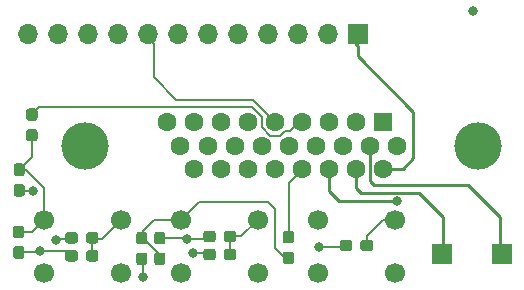
<source format=gbl>
G04 #@! TF.GenerationSoftware,KiCad,Pcbnew,(5.1.0-0)*
G04 #@! TF.CreationDate,2019-04-21T16:41:31+03:00*
G04 #@! TF.ProjectId,ovms-swcan-dongle,6f766d73-2d73-4776-9361-6e2d646f6e67,rev?*
G04 #@! TF.SameCoordinates,Original*
G04 #@! TF.FileFunction,Copper,L4,Bot*
G04 #@! TF.FilePolarity,Positive*
%FSLAX46Y46*%
G04 Gerber Fmt 4.6, Leading zero omitted, Abs format (unit mm)*
G04 Created by KiCad (PCBNEW (5.1.0-0)) date 2019-04-21 16:41:31*
%MOMM*%
%LPD*%
G04 APERTURE LIST*
%ADD10O,1.700000X1.700000*%
%ADD11R,1.700000X1.700000*%
%ADD12C,1.700000*%
%ADD13C,4.000000*%
%ADD14C,1.600000*%
%ADD15R,1.600000X1.600000*%
%ADD16C,0.100000*%
%ADD17C,0.950000*%
%ADD18C,0.800000*%
%ADD19C,0.250000*%
%ADD20C,0.203300*%
G04 APERTURE END LIST*
D10*
X15494000Y-14859000D03*
X18034000Y-14859000D03*
X20574000Y-14859000D03*
X23114000Y-14859000D03*
X25654000Y-14859000D03*
X28194000Y-14859000D03*
X30734000Y-14859000D03*
X33274000Y-14859000D03*
X35814000Y-14859000D03*
X38354000Y-14859000D03*
X40894000Y-14859000D03*
D11*
X43434000Y-14859000D03*
D12*
X40055800Y-30607000D03*
X46555800Y-30607000D03*
X40055800Y-35107000D03*
X46555800Y-35107000D03*
X28448000Y-30607000D03*
X34948000Y-30607000D03*
X28448000Y-35107000D03*
X34948000Y-35107000D03*
X16891000Y-30607000D03*
X23391000Y-30607000D03*
X16891000Y-35107000D03*
X23391000Y-35107000D03*
D13*
X20318000Y-24332000D03*
X53618000Y-24332000D03*
D14*
X29563000Y-26312000D03*
X31853000Y-26312000D03*
X34143000Y-26312000D03*
X36433000Y-26312000D03*
X38723000Y-26312000D03*
X41013000Y-26312000D03*
X43303000Y-26312000D03*
X45593000Y-26312000D03*
X28418000Y-24332000D03*
X30708000Y-24332000D03*
X32998000Y-24332000D03*
X35288000Y-24332000D03*
X37578000Y-24332000D03*
X39868000Y-24332000D03*
X42158000Y-24332000D03*
X44448000Y-24332000D03*
X46738000Y-24332000D03*
X27273000Y-22352000D03*
X29563000Y-22352000D03*
X31853000Y-22352000D03*
X34143000Y-22352000D03*
X36433000Y-22352000D03*
X38723000Y-22352000D03*
X41013000Y-22352000D03*
X43303000Y-22352000D03*
D15*
X45593000Y-22352000D03*
D16*
G36*
X37801979Y-33294944D02*
G01*
X37825034Y-33298363D01*
X37847643Y-33304027D01*
X37869587Y-33311879D01*
X37890657Y-33321844D01*
X37910648Y-33333826D01*
X37929368Y-33347710D01*
X37946638Y-33363362D01*
X37962290Y-33380632D01*
X37976174Y-33399352D01*
X37988156Y-33419343D01*
X37998121Y-33440413D01*
X38005973Y-33462357D01*
X38011637Y-33484966D01*
X38015056Y-33508021D01*
X38016200Y-33531300D01*
X38016200Y-34106300D01*
X38015056Y-34129579D01*
X38011637Y-34152634D01*
X38005973Y-34175243D01*
X37998121Y-34197187D01*
X37988156Y-34218257D01*
X37976174Y-34238248D01*
X37962290Y-34256968D01*
X37946638Y-34274238D01*
X37929368Y-34289890D01*
X37910648Y-34303774D01*
X37890657Y-34315756D01*
X37869587Y-34325721D01*
X37847643Y-34333573D01*
X37825034Y-34339237D01*
X37801979Y-34342656D01*
X37778700Y-34343800D01*
X37303700Y-34343800D01*
X37280421Y-34342656D01*
X37257366Y-34339237D01*
X37234757Y-34333573D01*
X37212813Y-34325721D01*
X37191743Y-34315756D01*
X37171752Y-34303774D01*
X37153032Y-34289890D01*
X37135762Y-34274238D01*
X37120110Y-34256968D01*
X37106226Y-34238248D01*
X37094244Y-34218257D01*
X37084279Y-34197187D01*
X37076427Y-34175243D01*
X37070763Y-34152634D01*
X37067344Y-34129579D01*
X37066200Y-34106300D01*
X37066200Y-33531300D01*
X37067344Y-33508021D01*
X37070763Y-33484966D01*
X37076427Y-33462357D01*
X37084279Y-33440413D01*
X37094244Y-33419343D01*
X37106226Y-33399352D01*
X37120110Y-33380632D01*
X37135762Y-33363362D01*
X37153032Y-33347710D01*
X37171752Y-33333826D01*
X37191743Y-33321844D01*
X37212813Y-33311879D01*
X37234757Y-33304027D01*
X37257366Y-33298363D01*
X37280421Y-33294944D01*
X37303700Y-33293800D01*
X37778700Y-33293800D01*
X37801979Y-33294944D01*
X37801979Y-33294944D01*
G37*
D17*
X37541200Y-33818800D03*
D16*
G36*
X37801979Y-31544944D02*
G01*
X37825034Y-31548363D01*
X37847643Y-31554027D01*
X37869587Y-31561879D01*
X37890657Y-31571844D01*
X37910648Y-31583826D01*
X37929368Y-31597710D01*
X37946638Y-31613362D01*
X37962290Y-31630632D01*
X37976174Y-31649352D01*
X37988156Y-31669343D01*
X37998121Y-31690413D01*
X38005973Y-31712357D01*
X38011637Y-31734966D01*
X38015056Y-31758021D01*
X38016200Y-31781300D01*
X38016200Y-32356300D01*
X38015056Y-32379579D01*
X38011637Y-32402634D01*
X38005973Y-32425243D01*
X37998121Y-32447187D01*
X37988156Y-32468257D01*
X37976174Y-32488248D01*
X37962290Y-32506968D01*
X37946638Y-32524238D01*
X37929368Y-32539890D01*
X37910648Y-32553774D01*
X37890657Y-32565756D01*
X37869587Y-32575721D01*
X37847643Y-32583573D01*
X37825034Y-32589237D01*
X37801979Y-32592656D01*
X37778700Y-32593800D01*
X37303700Y-32593800D01*
X37280421Y-32592656D01*
X37257366Y-32589237D01*
X37234757Y-32583573D01*
X37212813Y-32575721D01*
X37191743Y-32565756D01*
X37171752Y-32553774D01*
X37153032Y-32539890D01*
X37135762Y-32524238D01*
X37120110Y-32506968D01*
X37106226Y-32488248D01*
X37094244Y-32468257D01*
X37084279Y-32447187D01*
X37076427Y-32425243D01*
X37070763Y-32402634D01*
X37067344Y-32379579D01*
X37066200Y-32356300D01*
X37066200Y-31781300D01*
X37067344Y-31758021D01*
X37070763Y-31734966D01*
X37076427Y-31712357D01*
X37084279Y-31690413D01*
X37094244Y-31669343D01*
X37106226Y-31649352D01*
X37120110Y-31630632D01*
X37135762Y-31613362D01*
X37153032Y-31597710D01*
X37171752Y-31583826D01*
X37191743Y-31571844D01*
X37212813Y-31561879D01*
X37234757Y-31554027D01*
X37257366Y-31548363D01*
X37280421Y-31544944D01*
X37303700Y-31543800D01*
X37778700Y-31543800D01*
X37801979Y-31544944D01*
X37801979Y-31544944D01*
G37*
D17*
X37541200Y-32068800D03*
D16*
G36*
X16097679Y-22919044D02*
G01*
X16120734Y-22922463D01*
X16143343Y-22928127D01*
X16165287Y-22935979D01*
X16186357Y-22945944D01*
X16206348Y-22957926D01*
X16225068Y-22971810D01*
X16242338Y-22987462D01*
X16257990Y-23004732D01*
X16271874Y-23023452D01*
X16283856Y-23043443D01*
X16293821Y-23064513D01*
X16301673Y-23086457D01*
X16307337Y-23109066D01*
X16310756Y-23132121D01*
X16311900Y-23155400D01*
X16311900Y-23730400D01*
X16310756Y-23753679D01*
X16307337Y-23776734D01*
X16301673Y-23799343D01*
X16293821Y-23821287D01*
X16283856Y-23842357D01*
X16271874Y-23862348D01*
X16257990Y-23881068D01*
X16242338Y-23898338D01*
X16225068Y-23913990D01*
X16206348Y-23927874D01*
X16186357Y-23939856D01*
X16165287Y-23949821D01*
X16143343Y-23957673D01*
X16120734Y-23963337D01*
X16097679Y-23966756D01*
X16074400Y-23967900D01*
X15599400Y-23967900D01*
X15576121Y-23966756D01*
X15553066Y-23963337D01*
X15530457Y-23957673D01*
X15508513Y-23949821D01*
X15487443Y-23939856D01*
X15467452Y-23927874D01*
X15448732Y-23913990D01*
X15431462Y-23898338D01*
X15415810Y-23881068D01*
X15401926Y-23862348D01*
X15389944Y-23842357D01*
X15379979Y-23821287D01*
X15372127Y-23799343D01*
X15366463Y-23776734D01*
X15363044Y-23753679D01*
X15361900Y-23730400D01*
X15361900Y-23155400D01*
X15363044Y-23132121D01*
X15366463Y-23109066D01*
X15372127Y-23086457D01*
X15379979Y-23064513D01*
X15389944Y-23043443D01*
X15401926Y-23023452D01*
X15415810Y-23004732D01*
X15431462Y-22987462D01*
X15448732Y-22971810D01*
X15467452Y-22957926D01*
X15487443Y-22945944D01*
X15508513Y-22935979D01*
X15530457Y-22928127D01*
X15553066Y-22922463D01*
X15576121Y-22919044D01*
X15599400Y-22917900D01*
X16074400Y-22917900D01*
X16097679Y-22919044D01*
X16097679Y-22919044D01*
G37*
D17*
X15836900Y-23442900D03*
D16*
G36*
X16097679Y-21169044D02*
G01*
X16120734Y-21172463D01*
X16143343Y-21178127D01*
X16165287Y-21185979D01*
X16186357Y-21195944D01*
X16206348Y-21207926D01*
X16225068Y-21221810D01*
X16242338Y-21237462D01*
X16257990Y-21254732D01*
X16271874Y-21273452D01*
X16283856Y-21293443D01*
X16293821Y-21314513D01*
X16301673Y-21336457D01*
X16307337Y-21359066D01*
X16310756Y-21382121D01*
X16311900Y-21405400D01*
X16311900Y-21980400D01*
X16310756Y-22003679D01*
X16307337Y-22026734D01*
X16301673Y-22049343D01*
X16293821Y-22071287D01*
X16283856Y-22092357D01*
X16271874Y-22112348D01*
X16257990Y-22131068D01*
X16242338Y-22148338D01*
X16225068Y-22163990D01*
X16206348Y-22177874D01*
X16186357Y-22189856D01*
X16165287Y-22199821D01*
X16143343Y-22207673D01*
X16120734Y-22213337D01*
X16097679Y-22216756D01*
X16074400Y-22217900D01*
X15599400Y-22217900D01*
X15576121Y-22216756D01*
X15553066Y-22213337D01*
X15530457Y-22207673D01*
X15508513Y-22199821D01*
X15487443Y-22189856D01*
X15467452Y-22177874D01*
X15448732Y-22163990D01*
X15431462Y-22148338D01*
X15415810Y-22131068D01*
X15401926Y-22112348D01*
X15389944Y-22092357D01*
X15379979Y-22071287D01*
X15372127Y-22049343D01*
X15366463Y-22026734D01*
X15363044Y-22003679D01*
X15361900Y-21980400D01*
X15361900Y-21405400D01*
X15363044Y-21382121D01*
X15366463Y-21359066D01*
X15372127Y-21336457D01*
X15379979Y-21314513D01*
X15389944Y-21293443D01*
X15401926Y-21273452D01*
X15415810Y-21254732D01*
X15431462Y-21237462D01*
X15448732Y-21221810D01*
X15467452Y-21207926D01*
X15487443Y-21195944D01*
X15508513Y-21185979D01*
X15530457Y-21178127D01*
X15553066Y-21172463D01*
X15576121Y-21169044D01*
X15599400Y-21167900D01*
X16074400Y-21167900D01*
X16097679Y-21169044D01*
X16097679Y-21169044D01*
G37*
D17*
X15836900Y-21692900D03*
D11*
X50546000Y-33528000D03*
X55626000Y-33528000D03*
D16*
G36*
X44492779Y-32292144D02*
G01*
X44515834Y-32295563D01*
X44538443Y-32301227D01*
X44560387Y-32309079D01*
X44581457Y-32319044D01*
X44601448Y-32331026D01*
X44620168Y-32344910D01*
X44637438Y-32360562D01*
X44653090Y-32377832D01*
X44666974Y-32396552D01*
X44678956Y-32416543D01*
X44688921Y-32437613D01*
X44696773Y-32459557D01*
X44702437Y-32482166D01*
X44705856Y-32505221D01*
X44707000Y-32528500D01*
X44707000Y-33003500D01*
X44705856Y-33026779D01*
X44702437Y-33049834D01*
X44696773Y-33072443D01*
X44688921Y-33094387D01*
X44678956Y-33115457D01*
X44666974Y-33135448D01*
X44653090Y-33154168D01*
X44637438Y-33171438D01*
X44620168Y-33187090D01*
X44601448Y-33200974D01*
X44581457Y-33212956D01*
X44560387Y-33222921D01*
X44538443Y-33230773D01*
X44515834Y-33236437D01*
X44492779Y-33239856D01*
X44469500Y-33241000D01*
X43894500Y-33241000D01*
X43871221Y-33239856D01*
X43848166Y-33236437D01*
X43825557Y-33230773D01*
X43803613Y-33222921D01*
X43782543Y-33212956D01*
X43762552Y-33200974D01*
X43743832Y-33187090D01*
X43726562Y-33171438D01*
X43710910Y-33154168D01*
X43697026Y-33135448D01*
X43685044Y-33115457D01*
X43675079Y-33094387D01*
X43667227Y-33072443D01*
X43661563Y-33049834D01*
X43658144Y-33026779D01*
X43657000Y-33003500D01*
X43657000Y-32528500D01*
X43658144Y-32505221D01*
X43661563Y-32482166D01*
X43667227Y-32459557D01*
X43675079Y-32437613D01*
X43685044Y-32416543D01*
X43697026Y-32396552D01*
X43710910Y-32377832D01*
X43726562Y-32360562D01*
X43743832Y-32344910D01*
X43762552Y-32331026D01*
X43782543Y-32319044D01*
X43803613Y-32309079D01*
X43825557Y-32301227D01*
X43848166Y-32295563D01*
X43871221Y-32292144D01*
X43894500Y-32291000D01*
X44469500Y-32291000D01*
X44492779Y-32292144D01*
X44492779Y-32292144D01*
G37*
D17*
X44182000Y-32766000D03*
D16*
G36*
X42742779Y-32292144D02*
G01*
X42765834Y-32295563D01*
X42788443Y-32301227D01*
X42810387Y-32309079D01*
X42831457Y-32319044D01*
X42851448Y-32331026D01*
X42870168Y-32344910D01*
X42887438Y-32360562D01*
X42903090Y-32377832D01*
X42916974Y-32396552D01*
X42928956Y-32416543D01*
X42938921Y-32437613D01*
X42946773Y-32459557D01*
X42952437Y-32482166D01*
X42955856Y-32505221D01*
X42957000Y-32528500D01*
X42957000Y-33003500D01*
X42955856Y-33026779D01*
X42952437Y-33049834D01*
X42946773Y-33072443D01*
X42938921Y-33094387D01*
X42928956Y-33115457D01*
X42916974Y-33135448D01*
X42903090Y-33154168D01*
X42887438Y-33171438D01*
X42870168Y-33187090D01*
X42851448Y-33200974D01*
X42831457Y-33212956D01*
X42810387Y-33222921D01*
X42788443Y-33230773D01*
X42765834Y-33236437D01*
X42742779Y-33239856D01*
X42719500Y-33241000D01*
X42144500Y-33241000D01*
X42121221Y-33239856D01*
X42098166Y-33236437D01*
X42075557Y-33230773D01*
X42053613Y-33222921D01*
X42032543Y-33212956D01*
X42012552Y-33200974D01*
X41993832Y-33187090D01*
X41976562Y-33171438D01*
X41960910Y-33154168D01*
X41947026Y-33135448D01*
X41935044Y-33115457D01*
X41925079Y-33094387D01*
X41917227Y-33072443D01*
X41911563Y-33049834D01*
X41908144Y-33026779D01*
X41907000Y-33003500D01*
X41907000Y-32528500D01*
X41908144Y-32505221D01*
X41911563Y-32482166D01*
X41917227Y-32459557D01*
X41925079Y-32437613D01*
X41935044Y-32416543D01*
X41947026Y-32396552D01*
X41960910Y-32377832D01*
X41976562Y-32360562D01*
X41993832Y-32344910D01*
X42012552Y-32331026D01*
X42032543Y-32319044D01*
X42053613Y-32309079D01*
X42075557Y-32301227D01*
X42098166Y-32295563D01*
X42121221Y-32292144D01*
X42144500Y-32291000D01*
X42719500Y-32291000D01*
X42742779Y-32292144D01*
X42742779Y-32292144D01*
G37*
D17*
X42432000Y-32766000D03*
D16*
G36*
X32935779Y-33054144D02*
G01*
X32958834Y-33057563D01*
X32981443Y-33063227D01*
X33003387Y-33071079D01*
X33024457Y-33081044D01*
X33044448Y-33093026D01*
X33063168Y-33106910D01*
X33080438Y-33122562D01*
X33096090Y-33139832D01*
X33109974Y-33158552D01*
X33121956Y-33178543D01*
X33131921Y-33199613D01*
X33139773Y-33221557D01*
X33145437Y-33244166D01*
X33148856Y-33267221D01*
X33150000Y-33290500D01*
X33150000Y-33765500D01*
X33148856Y-33788779D01*
X33145437Y-33811834D01*
X33139773Y-33834443D01*
X33131921Y-33856387D01*
X33121956Y-33877457D01*
X33109974Y-33897448D01*
X33096090Y-33916168D01*
X33080438Y-33933438D01*
X33063168Y-33949090D01*
X33044448Y-33962974D01*
X33024457Y-33974956D01*
X33003387Y-33984921D01*
X32981443Y-33992773D01*
X32958834Y-33998437D01*
X32935779Y-34001856D01*
X32912500Y-34003000D01*
X32337500Y-34003000D01*
X32314221Y-34001856D01*
X32291166Y-33998437D01*
X32268557Y-33992773D01*
X32246613Y-33984921D01*
X32225543Y-33974956D01*
X32205552Y-33962974D01*
X32186832Y-33949090D01*
X32169562Y-33933438D01*
X32153910Y-33916168D01*
X32140026Y-33897448D01*
X32128044Y-33877457D01*
X32118079Y-33856387D01*
X32110227Y-33834443D01*
X32104563Y-33811834D01*
X32101144Y-33788779D01*
X32100000Y-33765500D01*
X32100000Y-33290500D01*
X32101144Y-33267221D01*
X32104563Y-33244166D01*
X32110227Y-33221557D01*
X32118079Y-33199613D01*
X32128044Y-33178543D01*
X32140026Y-33158552D01*
X32153910Y-33139832D01*
X32169562Y-33122562D01*
X32186832Y-33106910D01*
X32205552Y-33093026D01*
X32225543Y-33081044D01*
X32246613Y-33071079D01*
X32268557Y-33063227D01*
X32291166Y-33057563D01*
X32314221Y-33054144D01*
X32337500Y-33053000D01*
X32912500Y-33053000D01*
X32935779Y-33054144D01*
X32935779Y-33054144D01*
G37*
D17*
X32625000Y-33528000D03*
D16*
G36*
X31185779Y-33054144D02*
G01*
X31208834Y-33057563D01*
X31231443Y-33063227D01*
X31253387Y-33071079D01*
X31274457Y-33081044D01*
X31294448Y-33093026D01*
X31313168Y-33106910D01*
X31330438Y-33122562D01*
X31346090Y-33139832D01*
X31359974Y-33158552D01*
X31371956Y-33178543D01*
X31381921Y-33199613D01*
X31389773Y-33221557D01*
X31395437Y-33244166D01*
X31398856Y-33267221D01*
X31400000Y-33290500D01*
X31400000Y-33765500D01*
X31398856Y-33788779D01*
X31395437Y-33811834D01*
X31389773Y-33834443D01*
X31381921Y-33856387D01*
X31371956Y-33877457D01*
X31359974Y-33897448D01*
X31346090Y-33916168D01*
X31330438Y-33933438D01*
X31313168Y-33949090D01*
X31294448Y-33962974D01*
X31274457Y-33974956D01*
X31253387Y-33984921D01*
X31231443Y-33992773D01*
X31208834Y-33998437D01*
X31185779Y-34001856D01*
X31162500Y-34003000D01*
X30587500Y-34003000D01*
X30564221Y-34001856D01*
X30541166Y-33998437D01*
X30518557Y-33992773D01*
X30496613Y-33984921D01*
X30475543Y-33974956D01*
X30455552Y-33962974D01*
X30436832Y-33949090D01*
X30419562Y-33933438D01*
X30403910Y-33916168D01*
X30390026Y-33897448D01*
X30378044Y-33877457D01*
X30368079Y-33856387D01*
X30360227Y-33834443D01*
X30354563Y-33811834D01*
X30351144Y-33788779D01*
X30350000Y-33765500D01*
X30350000Y-33290500D01*
X30351144Y-33267221D01*
X30354563Y-33244166D01*
X30360227Y-33221557D01*
X30368079Y-33199613D01*
X30378044Y-33178543D01*
X30390026Y-33158552D01*
X30403910Y-33139832D01*
X30419562Y-33122562D01*
X30436832Y-33106910D01*
X30455552Y-33093026D01*
X30475543Y-33081044D01*
X30496613Y-33071079D01*
X30518557Y-33063227D01*
X30541166Y-33057563D01*
X30564221Y-33054144D01*
X30587500Y-33053000D01*
X31162500Y-33053000D01*
X31185779Y-33054144D01*
X31185779Y-33054144D01*
G37*
D17*
X30875000Y-33528000D03*
D16*
G36*
X31185779Y-31530144D02*
G01*
X31208834Y-31533563D01*
X31231443Y-31539227D01*
X31253387Y-31547079D01*
X31274457Y-31557044D01*
X31294448Y-31569026D01*
X31313168Y-31582910D01*
X31330438Y-31598562D01*
X31346090Y-31615832D01*
X31359974Y-31634552D01*
X31371956Y-31654543D01*
X31381921Y-31675613D01*
X31389773Y-31697557D01*
X31395437Y-31720166D01*
X31398856Y-31743221D01*
X31400000Y-31766500D01*
X31400000Y-32241500D01*
X31398856Y-32264779D01*
X31395437Y-32287834D01*
X31389773Y-32310443D01*
X31381921Y-32332387D01*
X31371956Y-32353457D01*
X31359974Y-32373448D01*
X31346090Y-32392168D01*
X31330438Y-32409438D01*
X31313168Y-32425090D01*
X31294448Y-32438974D01*
X31274457Y-32450956D01*
X31253387Y-32460921D01*
X31231443Y-32468773D01*
X31208834Y-32474437D01*
X31185779Y-32477856D01*
X31162500Y-32479000D01*
X30587500Y-32479000D01*
X30564221Y-32477856D01*
X30541166Y-32474437D01*
X30518557Y-32468773D01*
X30496613Y-32460921D01*
X30475543Y-32450956D01*
X30455552Y-32438974D01*
X30436832Y-32425090D01*
X30419562Y-32409438D01*
X30403910Y-32392168D01*
X30390026Y-32373448D01*
X30378044Y-32353457D01*
X30368079Y-32332387D01*
X30360227Y-32310443D01*
X30354563Y-32287834D01*
X30351144Y-32264779D01*
X30350000Y-32241500D01*
X30350000Y-31766500D01*
X30351144Y-31743221D01*
X30354563Y-31720166D01*
X30360227Y-31697557D01*
X30368079Y-31675613D01*
X30378044Y-31654543D01*
X30390026Y-31634552D01*
X30403910Y-31615832D01*
X30419562Y-31598562D01*
X30436832Y-31582910D01*
X30455552Y-31569026D01*
X30475543Y-31557044D01*
X30496613Y-31547079D01*
X30518557Y-31539227D01*
X30541166Y-31533563D01*
X30564221Y-31530144D01*
X30587500Y-31529000D01*
X31162500Y-31529000D01*
X31185779Y-31530144D01*
X31185779Y-31530144D01*
G37*
D17*
X30875000Y-32004000D03*
D16*
G36*
X32935779Y-31530144D02*
G01*
X32958834Y-31533563D01*
X32981443Y-31539227D01*
X33003387Y-31547079D01*
X33024457Y-31557044D01*
X33044448Y-31569026D01*
X33063168Y-31582910D01*
X33080438Y-31598562D01*
X33096090Y-31615832D01*
X33109974Y-31634552D01*
X33121956Y-31654543D01*
X33131921Y-31675613D01*
X33139773Y-31697557D01*
X33145437Y-31720166D01*
X33148856Y-31743221D01*
X33150000Y-31766500D01*
X33150000Y-32241500D01*
X33148856Y-32264779D01*
X33145437Y-32287834D01*
X33139773Y-32310443D01*
X33131921Y-32332387D01*
X33121956Y-32353457D01*
X33109974Y-32373448D01*
X33096090Y-32392168D01*
X33080438Y-32409438D01*
X33063168Y-32425090D01*
X33044448Y-32438974D01*
X33024457Y-32450956D01*
X33003387Y-32460921D01*
X32981443Y-32468773D01*
X32958834Y-32474437D01*
X32935779Y-32477856D01*
X32912500Y-32479000D01*
X32337500Y-32479000D01*
X32314221Y-32477856D01*
X32291166Y-32474437D01*
X32268557Y-32468773D01*
X32246613Y-32460921D01*
X32225543Y-32450956D01*
X32205552Y-32438974D01*
X32186832Y-32425090D01*
X32169562Y-32409438D01*
X32153910Y-32392168D01*
X32140026Y-32373448D01*
X32128044Y-32353457D01*
X32118079Y-32332387D01*
X32110227Y-32310443D01*
X32104563Y-32287834D01*
X32101144Y-32264779D01*
X32100000Y-32241500D01*
X32100000Y-31766500D01*
X32101144Y-31743221D01*
X32104563Y-31720166D01*
X32110227Y-31697557D01*
X32118079Y-31675613D01*
X32128044Y-31654543D01*
X32140026Y-31634552D01*
X32153910Y-31615832D01*
X32169562Y-31598562D01*
X32186832Y-31582910D01*
X32205552Y-31569026D01*
X32225543Y-31557044D01*
X32246613Y-31547079D01*
X32268557Y-31539227D01*
X32291166Y-31533563D01*
X32314221Y-31530144D01*
X32337500Y-31529000D01*
X32912500Y-31529000D01*
X32935779Y-31530144D01*
X32935779Y-31530144D01*
G37*
D17*
X32625000Y-32004000D03*
D16*
G36*
X21251779Y-33181144D02*
G01*
X21274834Y-33184563D01*
X21297443Y-33190227D01*
X21319387Y-33198079D01*
X21340457Y-33208044D01*
X21360448Y-33220026D01*
X21379168Y-33233910D01*
X21396438Y-33249562D01*
X21412090Y-33266832D01*
X21425974Y-33285552D01*
X21437956Y-33305543D01*
X21447921Y-33326613D01*
X21455773Y-33348557D01*
X21461437Y-33371166D01*
X21464856Y-33394221D01*
X21466000Y-33417500D01*
X21466000Y-33892500D01*
X21464856Y-33915779D01*
X21461437Y-33938834D01*
X21455773Y-33961443D01*
X21447921Y-33983387D01*
X21437956Y-34004457D01*
X21425974Y-34024448D01*
X21412090Y-34043168D01*
X21396438Y-34060438D01*
X21379168Y-34076090D01*
X21360448Y-34089974D01*
X21340457Y-34101956D01*
X21319387Y-34111921D01*
X21297443Y-34119773D01*
X21274834Y-34125437D01*
X21251779Y-34128856D01*
X21228500Y-34130000D01*
X20653500Y-34130000D01*
X20630221Y-34128856D01*
X20607166Y-34125437D01*
X20584557Y-34119773D01*
X20562613Y-34111921D01*
X20541543Y-34101956D01*
X20521552Y-34089974D01*
X20502832Y-34076090D01*
X20485562Y-34060438D01*
X20469910Y-34043168D01*
X20456026Y-34024448D01*
X20444044Y-34004457D01*
X20434079Y-33983387D01*
X20426227Y-33961443D01*
X20420563Y-33938834D01*
X20417144Y-33915779D01*
X20416000Y-33892500D01*
X20416000Y-33417500D01*
X20417144Y-33394221D01*
X20420563Y-33371166D01*
X20426227Y-33348557D01*
X20434079Y-33326613D01*
X20444044Y-33305543D01*
X20456026Y-33285552D01*
X20469910Y-33266832D01*
X20485562Y-33249562D01*
X20502832Y-33233910D01*
X20521552Y-33220026D01*
X20541543Y-33208044D01*
X20562613Y-33198079D01*
X20584557Y-33190227D01*
X20607166Y-33184563D01*
X20630221Y-33181144D01*
X20653500Y-33180000D01*
X21228500Y-33180000D01*
X21251779Y-33181144D01*
X21251779Y-33181144D01*
G37*
D17*
X20941000Y-33655000D03*
D16*
G36*
X19501779Y-33181144D02*
G01*
X19524834Y-33184563D01*
X19547443Y-33190227D01*
X19569387Y-33198079D01*
X19590457Y-33208044D01*
X19610448Y-33220026D01*
X19629168Y-33233910D01*
X19646438Y-33249562D01*
X19662090Y-33266832D01*
X19675974Y-33285552D01*
X19687956Y-33305543D01*
X19697921Y-33326613D01*
X19705773Y-33348557D01*
X19711437Y-33371166D01*
X19714856Y-33394221D01*
X19716000Y-33417500D01*
X19716000Y-33892500D01*
X19714856Y-33915779D01*
X19711437Y-33938834D01*
X19705773Y-33961443D01*
X19697921Y-33983387D01*
X19687956Y-34004457D01*
X19675974Y-34024448D01*
X19662090Y-34043168D01*
X19646438Y-34060438D01*
X19629168Y-34076090D01*
X19610448Y-34089974D01*
X19590457Y-34101956D01*
X19569387Y-34111921D01*
X19547443Y-34119773D01*
X19524834Y-34125437D01*
X19501779Y-34128856D01*
X19478500Y-34130000D01*
X18903500Y-34130000D01*
X18880221Y-34128856D01*
X18857166Y-34125437D01*
X18834557Y-34119773D01*
X18812613Y-34111921D01*
X18791543Y-34101956D01*
X18771552Y-34089974D01*
X18752832Y-34076090D01*
X18735562Y-34060438D01*
X18719910Y-34043168D01*
X18706026Y-34024448D01*
X18694044Y-34004457D01*
X18684079Y-33983387D01*
X18676227Y-33961443D01*
X18670563Y-33938834D01*
X18667144Y-33915779D01*
X18666000Y-33892500D01*
X18666000Y-33417500D01*
X18667144Y-33394221D01*
X18670563Y-33371166D01*
X18676227Y-33348557D01*
X18684079Y-33326613D01*
X18694044Y-33305543D01*
X18706026Y-33285552D01*
X18719910Y-33266832D01*
X18735562Y-33249562D01*
X18752832Y-33233910D01*
X18771552Y-33220026D01*
X18791543Y-33208044D01*
X18812613Y-33198079D01*
X18834557Y-33190227D01*
X18857166Y-33184563D01*
X18880221Y-33181144D01*
X18903500Y-33180000D01*
X19478500Y-33180000D01*
X19501779Y-33181144D01*
X19501779Y-33181144D01*
G37*
D17*
X19191000Y-33655000D03*
D16*
G36*
X19501779Y-31657144D02*
G01*
X19524834Y-31660563D01*
X19547443Y-31666227D01*
X19569387Y-31674079D01*
X19590457Y-31684044D01*
X19610448Y-31696026D01*
X19629168Y-31709910D01*
X19646438Y-31725562D01*
X19662090Y-31742832D01*
X19675974Y-31761552D01*
X19687956Y-31781543D01*
X19697921Y-31802613D01*
X19705773Y-31824557D01*
X19711437Y-31847166D01*
X19714856Y-31870221D01*
X19716000Y-31893500D01*
X19716000Y-32368500D01*
X19714856Y-32391779D01*
X19711437Y-32414834D01*
X19705773Y-32437443D01*
X19697921Y-32459387D01*
X19687956Y-32480457D01*
X19675974Y-32500448D01*
X19662090Y-32519168D01*
X19646438Y-32536438D01*
X19629168Y-32552090D01*
X19610448Y-32565974D01*
X19590457Y-32577956D01*
X19569387Y-32587921D01*
X19547443Y-32595773D01*
X19524834Y-32601437D01*
X19501779Y-32604856D01*
X19478500Y-32606000D01*
X18903500Y-32606000D01*
X18880221Y-32604856D01*
X18857166Y-32601437D01*
X18834557Y-32595773D01*
X18812613Y-32587921D01*
X18791543Y-32577956D01*
X18771552Y-32565974D01*
X18752832Y-32552090D01*
X18735562Y-32536438D01*
X18719910Y-32519168D01*
X18706026Y-32500448D01*
X18694044Y-32480457D01*
X18684079Y-32459387D01*
X18676227Y-32437443D01*
X18670563Y-32414834D01*
X18667144Y-32391779D01*
X18666000Y-32368500D01*
X18666000Y-31893500D01*
X18667144Y-31870221D01*
X18670563Y-31847166D01*
X18676227Y-31824557D01*
X18684079Y-31802613D01*
X18694044Y-31781543D01*
X18706026Y-31761552D01*
X18719910Y-31742832D01*
X18735562Y-31725562D01*
X18752832Y-31709910D01*
X18771552Y-31696026D01*
X18791543Y-31684044D01*
X18812613Y-31674079D01*
X18834557Y-31666227D01*
X18857166Y-31660563D01*
X18880221Y-31657144D01*
X18903500Y-31656000D01*
X19478500Y-31656000D01*
X19501779Y-31657144D01*
X19501779Y-31657144D01*
G37*
D17*
X19191000Y-32131000D03*
D16*
G36*
X21251779Y-31657144D02*
G01*
X21274834Y-31660563D01*
X21297443Y-31666227D01*
X21319387Y-31674079D01*
X21340457Y-31684044D01*
X21360448Y-31696026D01*
X21379168Y-31709910D01*
X21396438Y-31725562D01*
X21412090Y-31742832D01*
X21425974Y-31761552D01*
X21437956Y-31781543D01*
X21447921Y-31802613D01*
X21455773Y-31824557D01*
X21461437Y-31847166D01*
X21464856Y-31870221D01*
X21466000Y-31893500D01*
X21466000Y-32368500D01*
X21464856Y-32391779D01*
X21461437Y-32414834D01*
X21455773Y-32437443D01*
X21447921Y-32459387D01*
X21437956Y-32480457D01*
X21425974Y-32500448D01*
X21412090Y-32519168D01*
X21396438Y-32536438D01*
X21379168Y-32552090D01*
X21360448Y-32565974D01*
X21340457Y-32577956D01*
X21319387Y-32587921D01*
X21297443Y-32595773D01*
X21274834Y-32601437D01*
X21251779Y-32604856D01*
X21228500Y-32606000D01*
X20653500Y-32606000D01*
X20630221Y-32604856D01*
X20607166Y-32601437D01*
X20584557Y-32595773D01*
X20562613Y-32587921D01*
X20541543Y-32577956D01*
X20521552Y-32565974D01*
X20502832Y-32552090D01*
X20485562Y-32536438D01*
X20469910Y-32519168D01*
X20456026Y-32500448D01*
X20444044Y-32480457D01*
X20434079Y-32459387D01*
X20426227Y-32437443D01*
X20420563Y-32414834D01*
X20417144Y-32391779D01*
X20416000Y-32368500D01*
X20416000Y-31893500D01*
X20417144Y-31870221D01*
X20420563Y-31847166D01*
X20426227Y-31824557D01*
X20434079Y-31802613D01*
X20444044Y-31781543D01*
X20456026Y-31761552D01*
X20469910Y-31742832D01*
X20485562Y-31725562D01*
X20502832Y-31709910D01*
X20521552Y-31696026D01*
X20541543Y-31684044D01*
X20562613Y-31674079D01*
X20584557Y-31666227D01*
X20607166Y-31660563D01*
X20630221Y-31657144D01*
X20653500Y-31656000D01*
X21228500Y-31656000D01*
X21251779Y-31657144D01*
X21251779Y-31657144D01*
G37*
D17*
X20941000Y-32131000D03*
D16*
G36*
X25406779Y-31621144D02*
G01*
X25429834Y-31624563D01*
X25452443Y-31630227D01*
X25474387Y-31638079D01*
X25495457Y-31648044D01*
X25515448Y-31660026D01*
X25534168Y-31673910D01*
X25551438Y-31689562D01*
X25567090Y-31706832D01*
X25580974Y-31725552D01*
X25592956Y-31745543D01*
X25602921Y-31766613D01*
X25610773Y-31788557D01*
X25616437Y-31811166D01*
X25619856Y-31834221D01*
X25621000Y-31857500D01*
X25621000Y-32432500D01*
X25619856Y-32455779D01*
X25616437Y-32478834D01*
X25610773Y-32501443D01*
X25602921Y-32523387D01*
X25592956Y-32544457D01*
X25580974Y-32564448D01*
X25567090Y-32583168D01*
X25551438Y-32600438D01*
X25534168Y-32616090D01*
X25515448Y-32629974D01*
X25495457Y-32641956D01*
X25474387Y-32651921D01*
X25452443Y-32659773D01*
X25429834Y-32665437D01*
X25406779Y-32668856D01*
X25383500Y-32670000D01*
X24908500Y-32670000D01*
X24885221Y-32668856D01*
X24862166Y-32665437D01*
X24839557Y-32659773D01*
X24817613Y-32651921D01*
X24796543Y-32641956D01*
X24776552Y-32629974D01*
X24757832Y-32616090D01*
X24740562Y-32600438D01*
X24724910Y-32583168D01*
X24711026Y-32564448D01*
X24699044Y-32544457D01*
X24689079Y-32523387D01*
X24681227Y-32501443D01*
X24675563Y-32478834D01*
X24672144Y-32455779D01*
X24671000Y-32432500D01*
X24671000Y-31857500D01*
X24672144Y-31834221D01*
X24675563Y-31811166D01*
X24681227Y-31788557D01*
X24689079Y-31766613D01*
X24699044Y-31745543D01*
X24711026Y-31725552D01*
X24724910Y-31706832D01*
X24740562Y-31689562D01*
X24757832Y-31673910D01*
X24776552Y-31660026D01*
X24796543Y-31648044D01*
X24817613Y-31638079D01*
X24839557Y-31630227D01*
X24862166Y-31624563D01*
X24885221Y-31621144D01*
X24908500Y-31620000D01*
X25383500Y-31620000D01*
X25406779Y-31621144D01*
X25406779Y-31621144D01*
G37*
D17*
X25146000Y-32145000D03*
D16*
G36*
X25406779Y-33371144D02*
G01*
X25429834Y-33374563D01*
X25452443Y-33380227D01*
X25474387Y-33388079D01*
X25495457Y-33398044D01*
X25515448Y-33410026D01*
X25534168Y-33423910D01*
X25551438Y-33439562D01*
X25567090Y-33456832D01*
X25580974Y-33475552D01*
X25592956Y-33495543D01*
X25602921Y-33516613D01*
X25610773Y-33538557D01*
X25616437Y-33561166D01*
X25619856Y-33584221D01*
X25621000Y-33607500D01*
X25621000Y-34182500D01*
X25619856Y-34205779D01*
X25616437Y-34228834D01*
X25610773Y-34251443D01*
X25602921Y-34273387D01*
X25592956Y-34294457D01*
X25580974Y-34314448D01*
X25567090Y-34333168D01*
X25551438Y-34350438D01*
X25534168Y-34366090D01*
X25515448Y-34379974D01*
X25495457Y-34391956D01*
X25474387Y-34401921D01*
X25452443Y-34409773D01*
X25429834Y-34415437D01*
X25406779Y-34418856D01*
X25383500Y-34420000D01*
X24908500Y-34420000D01*
X24885221Y-34418856D01*
X24862166Y-34415437D01*
X24839557Y-34409773D01*
X24817613Y-34401921D01*
X24796543Y-34391956D01*
X24776552Y-34379974D01*
X24757832Y-34366090D01*
X24740562Y-34350438D01*
X24724910Y-34333168D01*
X24711026Y-34314448D01*
X24699044Y-34294457D01*
X24689079Y-34273387D01*
X24681227Y-34251443D01*
X24675563Y-34228834D01*
X24672144Y-34205779D01*
X24671000Y-34182500D01*
X24671000Y-33607500D01*
X24672144Y-33584221D01*
X24675563Y-33561166D01*
X24681227Y-33538557D01*
X24689079Y-33516613D01*
X24699044Y-33495543D01*
X24711026Y-33475552D01*
X24724910Y-33456832D01*
X24740562Y-33439562D01*
X24757832Y-33423910D01*
X24776552Y-33410026D01*
X24796543Y-33398044D01*
X24817613Y-33388079D01*
X24839557Y-33380227D01*
X24862166Y-33374563D01*
X24885221Y-33371144D01*
X24908500Y-33370000D01*
X25383500Y-33370000D01*
X25406779Y-33371144D01*
X25406779Y-33371144D01*
G37*
D17*
X25146000Y-33895000D03*
D16*
G36*
X26930779Y-31621144D02*
G01*
X26953834Y-31624563D01*
X26976443Y-31630227D01*
X26998387Y-31638079D01*
X27019457Y-31648044D01*
X27039448Y-31660026D01*
X27058168Y-31673910D01*
X27075438Y-31689562D01*
X27091090Y-31706832D01*
X27104974Y-31725552D01*
X27116956Y-31745543D01*
X27126921Y-31766613D01*
X27134773Y-31788557D01*
X27140437Y-31811166D01*
X27143856Y-31834221D01*
X27145000Y-31857500D01*
X27145000Y-32432500D01*
X27143856Y-32455779D01*
X27140437Y-32478834D01*
X27134773Y-32501443D01*
X27126921Y-32523387D01*
X27116956Y-32544457D01*
X27104974Y-32564448D01*
X27091090Y-32583168D01*
X27075438Y-32600438D01*
X27058168Y-32616090D01*
X27039448Y-32629974D01*
X27019457Y-32641956D01*
X26998387Y-32651921D01*
X26976443Y-32659773D01*
X26953834Y-32665437D01*
X26930779Y-32668856D01*
X26907500Y-32670000D01*
X26432500Y-32670000D01*
X26409221Y-32668856D01*
X26386166Y-32665437D01*
X26363557Y-32659773D01*
X26341613Y-32651921D01*
X26320543Y-32641956D01*
X26300552Y-32629974D01*
X26281832Y-32616090D01*
X26264562Y-32600438D01*
X26248910Y-32583168D01*
X26235026Y-32564448D01*
X26223044Y-32544457D01*
X26213079Y-32523387D01*
X26205227Y-32501443D01*
X26199563Y-32478834D01*
X26196144Y-32455779D01*
X26195000Y-32432500D01*
X26195000Y-31857500D01*
X26196144Y-31834221D01*
X26199563Y-31811166D01*
X26205227Y-31788557D01*
X26213079Y-31766613D01*
X26223044Y-31745543D01*
X26235026Y-31725552D01*
X26248910Y-31706832D01*
X26264562Y-31689562D01*
X26281832Y-31673910D01*
X26300552Y-31660026D01*
X26320543Y-31648044D01*
X26341613Y-31638079D01*
X26363557Y-31630227D01*
X26386166Y-31624563D01*
X26409221Y-31621144D01*
X26432500Y-31620000D01*
X26907500Y-31620000D01*
X26930779Y-31621144D01*
X26930779Y-31621144D01*
G37*
D17*
X26670000Y-32145000D03*
D16*
G36*
X26930779Y-33371144D02*
G01*
X26953834Y-33374563D01*
X26976443Y-33380227D01*
X26998387Y-33388079D01*
X27019457Y-33398044D01*
X27039448Y-33410026D01*
X27058168Y-33423910D01*
X27075438Y-33439562D01*
X27091090Y-33456832D01*
X27104974Y-33475552D01*
X27116956Y-33495543D01*
X27126921Y-33516613D01*
X27134773Y-33538557D01*
X27140437Y-33561166D01*
X27143856Y-33584221D01*
X27145000Y-33607500D01*
X27145000Y-34182500D01*
X27143856Y-34205779D01*
X27140437Y-34228834D01*
X27134773Y-34251443D01*
X27126921Y-34273387D01*
X27116956Y-34294457D01*
X27104974Y-34314448D01*
X27091090Y-34333168D01*
X27075438Y-34350438D01*
X27058168Y-34366090D01*
X27039448Y-34379974D01*
X27019457Y-34391956D01*
X26998387Y-34401921D01*
X26976443Y-34409773D01*
X26953834Y-34415437D01*
X26930779Y-34418856D01*
X26907500Y-34420000D01*
X26432500Y-34420000D01*
X26409221Y-34418856D01*
X26386166Y-34415437D01*
X26363557Y-34409773D01*
X26341613Y-34401921D01*
X26320543Y-34391956D01*
X26300552Y-34379974D01*
X26281832Y-34366090D01*
X26264562Y-34350438D01*
X26248910Y-34333168D01*
X26235026Y-34314448D01*
X26223044Y-34294457D01*
X26213079Y-34273387D01*
X26205227Y-34251443D01*
X26199563Y-34228834D01*
X26196144Y-34205779D01*
X26195000Y-34182500D01*
X26195000Y-33607500D01*
X26196144Y-33584221D01*
X26199563Y-33561166D01*
X26205227Y-33538557D01*
X26213079Y-33516613D01*
X26223044Y-33495543D01*
X26235026Y-33475552D01*
X26248910Y-33456832D01*
X26264562Y-33439562D01*
X26281832Y-33423910D01*
X26300552Y-33410026D01*
X26320543Y-33398044D01*
X26341613Y-33388079D01*
X26363557Y-33380227D01*
X26386166Y-33374563D01*
X26409221Y-33371144D01*
X26432500Y-33370000D01*
X26907500Y-33370000D01*
X26930779Y-33371144D01*
X26930779Y-33371144D01*
G37*
D17*
X26670000Y-33895000D03*
D16*
G36*
X14980079Y-31087744D02*
G01*
X15003134Y-31091163D01*
X15025743Y-31096827D01*
X15047687Y-31104679D01*
X15068757Y-31114644D01*
X15088748Y-31126626D01*
X15107468Y-31140510D01*
X15124738Y-31156162D01*
X15140390Y-31173432D01*
X15154274Y-31192152D01*
X15166256Y-31212143D01*
X15176221Y-31233213D01*
X15184073Y-31255157D01*
X15189737Y-31277766D01*
X15193156Y-31300821D01*
X15194300Y-31324100D01*
X15194300Y-31899100D01*
X15193156Y-31922379D01*
X15189737Y-31945434D01*
X15184073Y-31968043D01*
X15176221Y-31989987D01*
X15166256Y-32011057D01*
X15154274Y-32031048D01*
X15140390Y-32049768D01*
X15124738Y-32067038D01*
X15107468Y-32082690D01*
X15088748Y-32096574D01*
X15068757Y-32108556D01*
X15047687Y-32118521D01*
X15025743Y-32126373D01*
X15003134Y-32132037D01*
X14980079Y-32135456D01*
X14956800Y-32136600D01*
X14481800Y-32136600D01*
X14458521Y-32135456D01*
X14435466Y-32132037D01*
X14412857Y-32126373D01*
X14390913Y-32118521D01*
X14369843Y-32108556D01*
X14349852Y-32096574D01*
X14331132Y-32082690D01*
X14313862Y-32067038D01*
X14298210Y-32049768D01*
X14284326Y-32031048D01*
X14272344Y-32011057D01*
X14262379Y-31989987D01*
X14254527Y-31968043D01*
X14248863Y-31945434D01*
X14245444Y-31922379D01*
X14244300Y-31899100D01*
X14244300Y-31324100D01*
X14245444Y-31300821D01*
X14248863Y-31277766D01*
X14254527Y-31255157D01*
X14262379Y-31233213D01*
X14272344Y-31212143D01*
X14284326Y-31192152D01*
X14298210Y-31173432D01*
X14313862Y-31156162D01*
X14331132Y-31140510D01*
X14349852Y-31126626D01*
X14369843Y-31114644D01*
X14390913Y-31104679D01*
X14412857Y-31096827D01*
X14435466Y-31091163D01*
X14458521Y-31087744D01*
X14481800Y-31086600D01*
X14956800Y-31086600D01*
X14980079Y-31087744D01*
X14980079Y-31087744D01*
G37*
D17*
X14719300Y-31611600D03*
D16*
G36*
X14980079Y-32837744D02*
G01*
X15003134Y-32841163D01*
X15025743Y-32846827D01*
X15047687Y-32854679D01*
X15068757Y-32864644D01*
X15088748Y-32876626D01*
X15107468Y-32890510D01*
X15124738Y-32906162D01*
X15140390Y-32923432D01*
X15154274Y-32942152D01*
X15166256Y-32962143D01*
X15176221Y-32983213D01*
X15184073Y-33005157D01*
X15189737Y-33027766D01*
X15193156Y-33050821D01*
X15194300Y-33074100D01*
X15194300Y-33649100D01*
X15193156Y-33672379D01*
X15189737Y-33695434D01*
X15184073Y-33718043D01*
X15176221Y-33739987D01*
X15166256Y-33761057D01*
X15154274Y-33781048D01*
X15140390Y-33799768D01*
X15124738Y-33817038D01*
X15107468Y-33832690D01*
X15088748Y-33846574D01*
X15068757Y-33858556D01*
X15047687Y-33868521D01*
X15025743Y-33876373D01*
X15003134Y-33882037D01*
X14980079Y-33885456D01*
X14956800Y-33886600D01*
X14481800Y-33886600D01*
X14458521Y-33885456D01*
X14435466Y-33882037D01*
X14412857Y-33876373D01*
X14390913Y-33868521D01*
X14369843Y-33858556D01*
X14349852Y-33846574D01*
X14331132Y-33832690D01*
X14313862Y-33817038D01*
X14298210Y-33799768D01*
X14284326Y-33781048D01*
X14272344Y-33761057D01*
X14262379Y-33739987D01*
X14254527Y-33718043D01*
X14248863Y-33695434D01*
X14245444Y-33672379D01*
X14244300Y-33649100D01*
X14244300Y-33074100D01*
X14245444Y-33050821D01*
X14248863Y-33027766D01*
X14254527Y-33005157D01*
X14262379Y-32983213D01*
X14272344Y-32962143D01*
X14284326Y-32942152D01*
X14298210Y-32923432D01*
X14313862Y-32906162D01*
X14331132Y-32890510D01*
X14349852Y-32876626D01*
X14369843Y-32864644D01*
X14390913Y-32854679D01*
X14412857Y-32846827D01*
X14435466Y-32841163D01*
X14458521Y-32837744D01*
X14481800Y-32836600D01*
X14956800Y-32836600D01*
X14980079Y-32837744D01*
X14980079Y-32837744D01*
G37*
D17*
X14719300Y-33361600D03*
D16*
G36*
X15018179Y-27579944D02*
G01*
X15041234Y-27583363D01*
X15063843Y-27589027D01*
X15085787Y-27596879D01*
X15106857Y-27606844D01*
X15126848Y-27618826D01*
X15145568Y-27632710D01*
X15162838Y-27648362D01*
X15178490Y-27665632D01*
X15192374Y-27684352D01*
X15204356Y-27704343D01*
X15214321Y-27725413D01*
X15222173Y-27747357D01*
X15227837Y-27769966D01*
X15231256Y-27793021D01*
X15232400Y-27816300D01*
X15232400Y-28391300D01*
X15231256Y-28414579D01*
X15227837Y-28437634D01*
X15222173Y-28460243D01*
X15214321Y-28482187D01*
X15204356Y-28503257D01*
X15192374Y-28523248D01*
X15178490Y-28541968D01*
X15162838Y-28559238D01*
X15145568Y-28574890D01*
X15126848Y-28588774D01*
X15106857Y-28600756D01*
X15085787Y-28610721D01*
X15063843Y-28618573D01*
X15041234Y-28624237D01*
X15018179Y-28627656D01*
X14994900Y-28628800D01*
X14519900Y-28628800D01*
X14496621Y-28627656D01*
X14473566Y-28624237D01*
X14450957Y-28618573D01*
X14429013Y-28610721D01*
X14407943Y-28600756D01*
X14387952Y-28588774D01*
X14369232Y-28574890D01*
X14351962Y-28559238D01*
X14336310Y-28541968D01*
X14322426Y-28523248D01*
X14310444Y-28503257D01*
X14300479Y-28482187D01*
X14292627Y-28460243D01*
X14286963Y-28437634D01*
X14283544Y-28414579D01*
X14282400Y-28391300D01*
X14282400Y-27816300D01*
X14283544Y-27793021D01*
X14286963Y-27769966D01*
X14292627Y-27747357D01*
X14300479Y-27725413D01*
X14310444Y-27704343D01*
X14322426Y-27684352D01*
X14336310Y-27665632D01*
X14351962Y-27648362D01*
X14369232Y-27632710D01*
X14387952Y-27618826D01*
X14407943Y-27606844D01*
X14429013Y-27596879D01*
X14450957Y-27589027D01*
X14473566Y-27583363D01*
X14496621Y-27579944D01*
X14519900Y-27578800D01*
X14994900Y-27578800D01*
X15018179Y-27579944D01*
X15018179Y-27579944D01*
G37*
D17*
X14757400Y-28103800D03*
D16*
G36*
X15018179Y-25829944D02*
G01*
X15041234Y-25833363D01*
X15063843Y-25839027D01*
X15085787Y-25846879D01*
X15106857Y-25856844D01*
X15126848Y-25868826D01*
X15145568Y-25882710D01*
X15162838Y-25898362D01*
X15178490Y-25915632D01*
X15192374Y-25934352D01*
X15204356Y-25954343D01*
X15214321Y-25975413D01*
X15222173Y-25997357D01*
X15227837Y-26019966D01*
X15231256Y-26043021D01*
X15232400Y-26066300D01*
X15232400Y-26641300D01*
X15231256Y-26664579D01*
X15227837Y-26687634D01*
X15222173Y-26710243D01*
X15214321Y-26732187D01*
X15204356Y-26753257D01*
X15192374Y-26773248D01*
X15178490Y-26791968D01*
X15162838Y-26809238D01*
X15145568Y-26824890D01*
X15126848Y-26838774D01*
X15106857Y-26850756D01*
X15085787Y-26860721D01*
X15063843Y-26868573D01*
X15041234Y-26874237D01*
X15018179Y-26877656D01*
X14994900Y-26878800D01*
X14519900Y-26878800D01*
X14496621Y-26877656D01*
X14473566Y-26874237D01*
X14450957Y-26868573D01*
X14429013Y-26860721D01*
X14407943Y-26850756D01*
X14387952Y-26838774D01*
X14369232Y-26824890D01*
X14351962Y-26809238D01*
X14336310Y-26791968D01*
X14322426Y-26773248D01*
X14310444Y-26753257D01*
X14300479Y-26732187D01*
X14292627Y-26710243D01*
X14286963Y-26687634D01*
X14283544Y-26664579D01*
X14282400Y-26641300D01*
X14282400Y-26066300D01*
X14283544Y-26043021D01*
X14286963Y-26019966D01*
X14292627Y-25997357D01*
X14300479Y-25975413D01*
X14310444Y-25954343D01*
X14322426Y-25934352D01*
X14336310Y-25915632D01*
X14351962Y-25898362D01*
X14369232Y-25882710D01*
X14387952Y-25868826D01*
X14407943Y-25856844D01*
X14429013Y-25846879D01*
X14450957Y-25839027D01*
X14473566Y-25833363D01*
X14496621Y-25829944D01*
X14519900Y-25828800D01*
X14994900Y-25828800D01*
X15018179Y-25829944D01*
X15018179Y-25829944D01*
G37*
D17*
X14757400Y-26353800D03*
D18*
X46736000Y-29046000D03*
X25273000Y-35433000D03*
X40132000Y-32893000D03*
X16510000Y-33274000D03*
X29464002Y-33401000D03*
X15951200Y-28181300D03*
X28956000Y-32258000D03*
X53213000Y-12953990D03*
X17856200Y-32283400D03*
D19*
X46736000Y-29046000D02*
X41873000Y-29046000D01*
X41013000Y-28186000D02*
X41013000Y-26312000D01*
X41873000Y-29046000D02*
X41013000Y-28186000D01*
X43434000Y-15875000D02*
X43180000Y-15621000D01*
X45593000Y-26312000D02*
X47221000Y-26312000D01*
X47221000Y-26312000D02*
X48133000Y-25400000D01*
X43434000Y-16764000D02*
X43434000Y-15875000D01*
X48133000Y-21463000D02*
X43434000Y-16764000D01*
X48133000Y-25400000D02*
X48133000Y-21463000D01*
D20*
X18810000Y-33274000D02*
X19191000Y-33655000D01*
X16510000Y-33274000D02*
X18810000Y-33274000D01*
X30748000Y-33401000D02*
X30875000Y-33528000D01*
X29464002Y-33401000D02*
X30748000Y-33401000D01*
X25273000Y-35433000D02*
X25273000Y-33895000D01*
X16422400Y-33361600D02*
X16510000Y-33274000D01*
X14719300Y-33361600D02*
X16422400Y-33361600D01*
X42164000Y-32893000D02*
X42291000Y-32766000D01*
X40132000Y-32893000D02*
X42164000Y-32893000D01*
X30621000Y-32258000D02*
X30875000Y-32004000D01*
X28956000Y-32258000D02*
X30621000Y-32258000D01*
X28843000Y-32145000D02*
X28956000Y-32258000D01*
X26670000Y-32145000D02*
X28843000Y-32145000D01*
X17710685Y-32258000D02*
X19191000Y-32258000D01*
X17856200Y-32283400D02*
X17710685Y-32258000D01*
X14834900Y-28181300D02*
X14757400Y-28103800D01*
X15951200Y-28181300D02*
X14834900Y-28181300D01*
X37923001Y-27111999D02*
X38723000Y-26312000D01*
X37592000Y-27443000D02*
X37923001Y-27111999D01*
X37592000Y-31637000D02*
X37592000Y-27443000D01*
X37211000Y-32018000D02*
X37592000Y-31637000D01*
D19*
X50673000Y-33528000D02*
X50673000Y-32428000D01*
X43303000Y-27936000D02*
X43303000Y-26312000D01*
X43688000Y-28321000D02*
X43303000Y-27936000D01*
X48598000Y-28321000D02*
X43688000Y-28321000D01*
X50673000Y-30396000D02*
X48598000Y-28321000D01*
X50673000Y-32385000D02*
X50673000Y-30396000D01*
X55499000Y-33528000D02*
X55499000Y-32428000D01*
X44448000Y-27303000D02*
X44448000Y-24332000D01*
X55499000Y-30396000D02*
X52789000Y-27686000D01*
X44831000Y-27686000D02*
X44448000Y-27303000D01*
X52789000Y-27686000D02*
X44831000Y-27686000D01*
X55499000Y-32385000D02*
X55499000Y-30396000D01*
D20*
X16473200Y-21056600D02*
X15836900Y-21692900D01*
X34478044Y-21056600D02*
X16473200Y-21056600D01*
X35280600Y-21859156D02*
X34478044Y-21056600D01*
X35280600Y-22758400D02*
X35280600Y-21859156D01*
X37287200Y-23063200D02*
X36855400Y-23495000D01*
X37655500Y-23063200D02*
X37287200Y-23063200D01*
X38366700Y-22352000D02*
X37655500Y-23063200D01*
X36017200Y-23495000D02*
X35280600Y-22758400D01*
X36855400Y-23495000D02*
X36017200Y-23495000D01*
X38723000Y-22352000D02*
X38366700Y-22352000D01*
X21740000Y-32258000D02*
X23391000Y-30607000D01*
X20941000Y-32258000D02*
X21740000Y-32258000D01*
X20941000Y-33655000D02*
X20941000Y-32131000D01*
X33551000Y-32004000D02*
X34948000Y-30607000D01*
X32625000Y-32004000D02*
X33551000Y-32004000D01*
X32625000Y-33528000D02*
X32625000Y-32004000D01*
X45579000Y-30607000D02*
X45870000Y-30607000D01*
X44196000Y-31990000D02*
X45579000Y-30607000D01*
X44196000Y-32766000D02*
X44196000Y-31990000D01*
X16764000Y-30480000D02*
X16891000Y-30607000D01*
X15836900Y-25274300D02*
X14757400Y-26353800D01*
X15836900Y-23442900D02*
X15836900Y-25274300D01*
X16891000Y-27912400D02*
X16891000Y-30607000D01*
X15332400Y-26353800D02*
X16891000Y-27912400D01*
X14757400Y-26353800D02*
X15332400Y-26353800D01*
X15886400Y-31611600D02*
X16891000Y-30607000D01*
X14719300Y-31611600D02*
X15886400Y-31611600D01*
X28335000Y-30494000D02*
X28448000Y-30607000D01*
X26670000Y-33542000D02*
X26670000Y-33895000D01*
X25273000Y-32145000D02*
X26670000Y-33542000D01*
X27245919Y-30607000D02*
X28448000Y-30607000D01*
X26186000Y-30607000D02*
X27245919Y-30607000D01*
X25273000Y-31520000D02*
X26186000Y-30607000D01*
X25273000Y-32145000D02*
X25273000Y-31520000D01*
X36449000Y-33006000D02*
X37211000Y-33768000D01*
X36449000Y-29718000D02*
X36449000Y-33006000D01*
X35814000Y-29083000D02*
X36449000Y-29718000D01*
X29972000Y-29083000D02*
X35814000Y-29083000D01*
X28448000Y-30607000D02*
X29972000Y-29083000D01*
X26162000Y-14478000D02*
X25654000Y-14478000D01*
X26162000Y-15748000D02*
X25558183Y-15144183D01*
X26162000Y-18542000D02*
X26162000Y-15748000D01*
X28067000Y-20447000D02*
X26162000Y-18542000D01*
X34528000Y-20447000D02*
X28067000Y-20447000D01*
X36433000Y-22352000D02*
X34528000Y-20447000D01*
M02*

</source>
